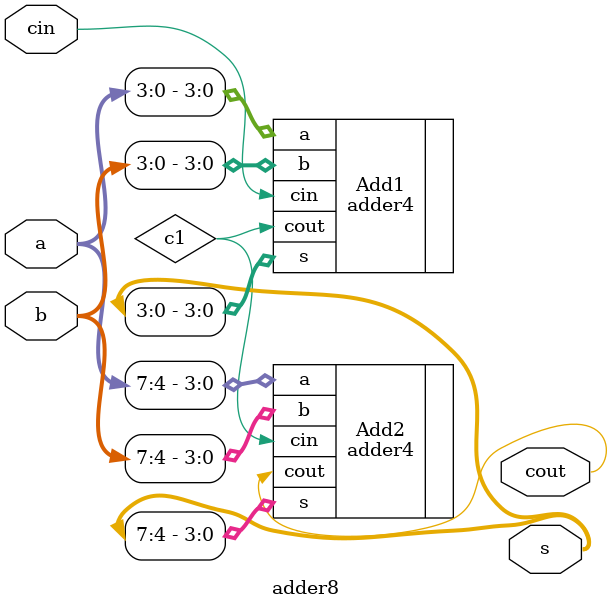
<source format=v>
`timescale 1ns / 1ps


module adder8(a,b,cin,s,cout); 
    input [7:0]a,b; 
    input cin; 
    output [7:0]s;
    output cout; 
    
    wire c1; 
    adder4 Add1(.s(s[3:0]),.cout(c1),.a(a[3:0]),.b(b[3:0]),.cin(cin));
    adder4 Add2(.s(s[7:4]),.cout(cout),.a(a[7:4]),.b(b[7:4]),.cin(c1));
    
    
endmodule

</source>
